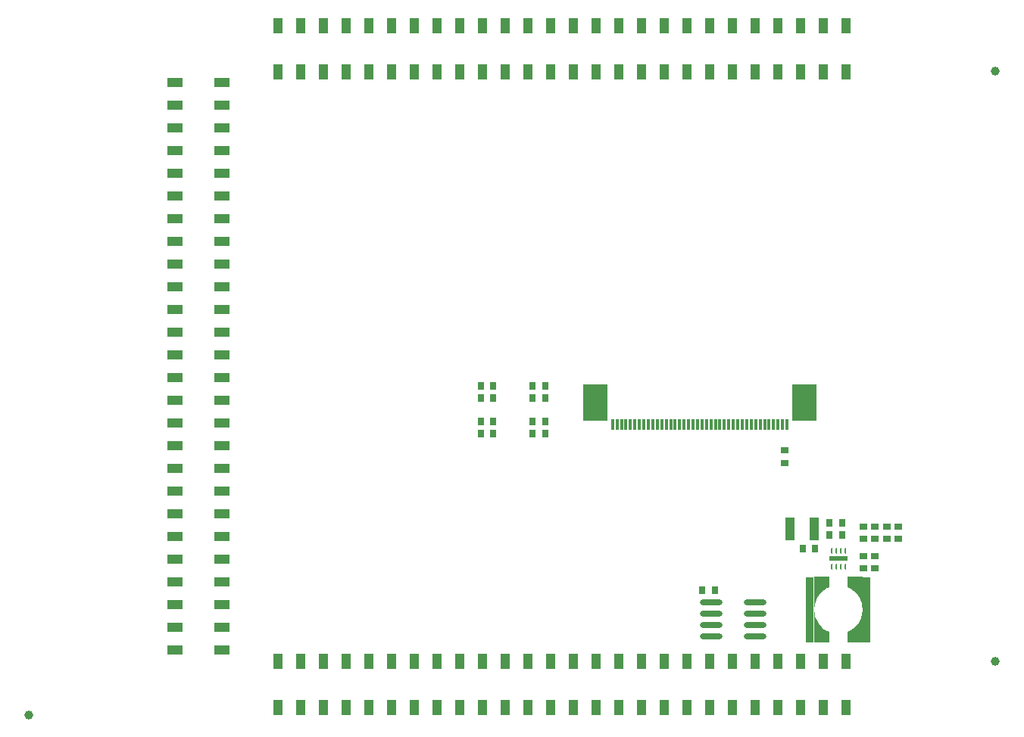
<source format=gbp>
G04 Layer_Color=128*
%FSLAX44Y44*%
%MOMM*%
G71*
G01*
G75*
%ADD10C,1.0000*%
%ADD18R,0.9000X0.8000*%
%ADD19R,0.8000X0.9000*%
%ADD20R,1.1000X2.6000*%
G04:AMPARAMS|DCode=21|XSize=0.25mm|YSize=0.7mm|CornerRadius=0.0625mm|HoleSize=0mm|Usage=FLASHONLY|Rotation=180.000|XOffset=0mm|YOffset=0mm|HoleType=Round|Shape=RoundedRectangle|*
%AMROUNDEDRECTD21*
21,1,0.2500,0.5750,0,0,180.0*
21,1,0.1250,0.7000,0,0,180.0*
1,1,0.1250,-0.0625,0.2875*
1,1,0.1250,0.0625,0.2875*
1,1,0.1250,0.0625,-0.2875*
1,1,0.1250,-0.0625,-0.2875*
%
%ADD21ROUNDEDRECTD21*%
%ADD22R,2.1500X0.5600*%
%ADD23R,0.9500X7.3000*%
%ADD24O,2.5000X0.7000*%
%ADD25R,0.3000X1.2000*%
%ADD26R,1.0160X1.8034*%
%ADD27R,1.0000X1.8000*%
%ADD28R,1.8034X1.0160*%
%ADD29R,1.8000X1.0000*%
%ADD30R,2.7000X4.1000*%
G36*
X1022000Y111500D02*
X1005500D01*
Y123000D01*
X1008500Y124500D01*
X1011500Y126500D01*
X1015000Y129500D01*
X1018000Y133500D01*
X1020500Y138500D01*
X1021500Y142500D01*
X1022000Y148000D01*
Y111500D01*
D02*
G37*
G36*
X968500Y143000D02*
X969000Y140500D01*
X969500Y138500D01*
X971000Y135500D01*
X973000Y132000D01*
X976000Y128500D01*
X979000Y126000D01*
X980500Y125000D01*
X984500Y123000D01*
Y111500D01*
X968000D01*
Y148000D01*
X968500Y143000D01*
D02*
G37*
G36*
X1022000Y148000D02*
X1021500Y153000D01*
X1021000Y155000D01*
X1020500Y157000D01*
X1019500Y159500D01*
X1018500Y161500D01*
X1017000Y164000D01*
X1015000Y166500D01*
X1014500Y167000D01*
X1012000Y169000D01*
X1008500Y171500D01*
X1005500Y173000D01*
Y184500D01*
X1022000D01*
Y148000D01*
D02*
G37*
G36*
X984500Y173000D02*
X980500Y171000D01*
X978500Y169500D01*
X976000Y167500D01*
X973000Y164000D01*
X971500Y161500D01*
X970500Y159500D01*
X968500Y153500D01*
X968000Y148000D01*
Y184500D01*
X984500D01*
Y173000D01*
D02*
G37*
D10*
X90000Y30000D02*
D03*
X1170000Y90000D02*
D03*
Y750000D02*
D03*
D18*
X935000Y325998D02*
D03*
Y311998D02*
D03*
X1023000Y227002D02*
D03*
Y241002D02*
D03*
X1049000Y240998D02*
D03*
Y226998D02*
D03*
X1062000Y227002D02*
D03*
Y241002D02*
D03*
X1036000Y240998D02*
D03*
Y226998D02*
D03*
X1023000Y207998D02*
D03*
Y193998D02*
D03*
X1036000Y207998D02*
D03*
Y193998D02*
D03*
D19*
X666998Y358000D02*
D03*
X652998D02*
D03*
X666998Y385000D02*
D03*
X652998D02*
D03*
X666998Y398000D02*
D03*
X652998D02*
D03*
X666998Y345000D02*
D03*
X652998D02*
D03*
X608998Y398000D02*
D03*
X594998D02*
D03*
X608998Y345000D02*
D03*
X594998D02*
D03*
X608998Y358000D02*
D03*
X594998D02*
D03*
X608998Y385000D02*
D03*
X594998D02*
D03*
X955002Y216000D02*
D03*
X969002D02*
D03*
X998998Y231000D02*
D03*
X984998D02*
D03*
X998998Y245000D02*
D03*
X984998D02*
D03*
X842998Y169996D02*
D03*
X856998D02*
D03*
D20*
X940500Y238000D02*
D03*
X967500D02*
D03*
D21*
X1002500Y196250D02*
D03*
X997500D02*
D03*
X992500D02*
D03*
X987500D02*
D03*
Y213750D02*
D03*
X992500D02*
D03*
X997500D02*
D03*
X1002500D02*
D03*
D22*
X995000Y205000D02*
D03*
D23*
X963250Y148000D02*
D03*
X1026750D02*
D03*
D24*
X901500Y156050D02*
D03*
Y143350D02*
D03*
Y130650D02*
D03*
Y117950D02*
D03*
X852500Y156050D02*
D03*
Y143350D02*
D03*
Y130650D02*
D03*
Y117950D02*
D03*
D25*
X917501Y355100D02*
D03*
X912499D02*
D03*
X907501D02*
D03*
X902499D02*
D03*
X897501D02*
D03*
X892499D02*
D03*
X887501D02*
D03*
X882499D02*
D03*
X877501D02*
D03*
X872499D02*
D03*
X867501D02*
D03*
X862499D02*
D03*
X857501D02*
D03*
X852499D02*
D03*
X847501D02*
D03*
X772499D02*
D03*
X777501D02*
D03*
X782499D02*
D03*
X787501D02*
D03*
X792499D02*
D03*
X797501D02*
D03*
X802499D02*
D03*
X807501D02*
D03*
X812499D02*
D03*
X817501D02*
D03*
X822499D02*
D03*
X827501D02*
D03*
X837501D02*
D03*
X842499D02*
D03*
X832499D02*
D03*
X937500D02*
D03*
X932499D02*
D03*
X927501D02*
D03*
X922499D02*
D03*
X767501D02*
D03*
X762499D02*
D03*
X757501D02*
D03*
X752499D02*
D03*
X747501D02*
D03*
X742500D02*
D03*
D26*
X1003299Y801600D02*
D03*
Y749600D02*
D03*
X977899D02*
D03*
X952499D02*
D03*
X977899Y801600D02*
D03*
X952499D02*
D03*
X927099D02*
D03*
X901699D02*
D03*
X876299D02*
D03*
X850899D02*
D03*
X825499D02*
D03*
X800099D02*
D03*
X774699D02*
D03*
X749299D02*
D03*
X723899D02*
D03*
X698499D02*
D03*
X673099D02*
D03*
X647699D02*
D03*
X622299D02*
D03*
X596899D02*
D03*
X571499D02*
D03*
X927099Y749600D02*
D03*
X901699D02*
D03*
X876299D02*
D03*
X850899D02*
D03*
X825499D02*
D03*
X800099D02*
D03*
X774699D02*
D03*
X749299D02*
D03*
X723899D02*
D03*
X698499D02*
D03*
X673099D02*
D03*
X647699D02*
D03*
X622299D02*
D03*
X596899D02*
D03*
X571499D02*
D03*
X368299Y801600D02*
D03*
X393699D02*
D03*
X419099D02*
D03*
X444499D02*
D03*
Y749600D02*
D03*
X419099D02*
D03*
X393699D02*
D03*
X469899Y801600D02*
D03*
X495299D02*
D03*
X520699D02*
D03*
X546099D02*
D03*
X469899Y749600D02*
D03*
X495299D02*
D03*
X520699D02*
D03*
X546099D02*
D03*
X1003302Y90400D02*
D03*
Y38400D02*
D03*
X977902D02*
D03*
X952502D02*
D03*
X977902Y90400D02*
D03*
X952502D02*
D03*
X927102D02*
D03*
X901702D02*
D03*
X876302D02*
D03*
X850902D02*
D03*
X825502D02*
D03*
X800102D02*
D03*
X774702D02*
D03*
X749302D02*
D03*
X723902D02*
D03*
X698502D02*
D03*
X673102D02*
D03*
X647702D02*
D03*
X622302D02*
D03*
X596902D02*
D03*
X571502D02*
D03*
X927102Y38400D02*
D03*
X901702D02*
D03*
X876302D02*
D03*
X850902D02*
D03*
X825502D02*
D03*
X800102D02*
D03*
X774702D02*
D03*
X749302D02*
D03*
X723902D02*
D03*
X698502D02*
D03*
X673102D02*
D03*
X647702D02*
D03*
X622302D02*
D03*
X596902D02*
D03*
X571502D02*
D03*
X368302Y90400D02*
D03*
X393702D02*
D03*
X419102D02*
D03*
X444502D02*
D03*
Y38400D02*
D03*
X419102D02*
D03*
X393702D02*
D03*
X469902Y90400D02*
D03*
X495302D02*
D03*
X520702D02*
D03*
X546102D02*
D03*
X469902Y38400D02*
D03*
X495302D02*
D03*
X520702D02*
D03*
X546102D02*
D03*
D27*
X368299Y749600D02*
D03*
X368302Y38400D02*
D03*
D28*
X253401Y737602D02*
D03*
X305401D02*
D03*
Y712202D02*
D03*
Y686802D02*
D03*
X253401Y712202D02*
D03*
Y686802D02*
D03*
Y661402D02*
D03*
Y636002D02*
D03*
Y610602D02*
D03*
Y585202D02*
D03*
Y559802D02*
D03*
Y534402D02*
D03*
Y509002D02*
D03*
Y483602D02*
D03*
Y458202D02*
D03*
Y432802D02*
D03*
Y407402D02*
D03*
Y382002D02*
D03*
Y356602D02*
D03*
Y331202D02*
D03*
Y305802D02*
D03*
X305401Y661402D02*
D03*
Y636002D02*
D03*
Y610602D02*
D03*
Y585202D02*
D03*
Y559802D02*
D03*
Y534402D02*
D03*
Y509002D02*
D03*
Y483602D02*
D03*
Y458202D02*
D03*
Y432802D02*
D03*
Y407402D02*
D03*
Y382002D02*
D03*
Y356602D02*
D03*
Y331202D02*
D03*
Y305802D02*
D03*
X253401Y102602D02*
D03*
Y128002D02*
D03*
Y153402D02*
D03*
Y178802D02*
D03*
X305401D02*
D03*
Y153402D02*
D03*
Y128002D02*
D03*
X253401Y204202D02*
D03*
Y229602D02*
D03*
Y255002D02*
D03*
Y280402D02*
D03*
X305401Y204202D02*
D03*
Y229602D02*
D03*
Y255002D02*
D03*
Y280402D02*
D03*
D29*
Y102602D02*
D03*
D30*
X956799Y380000D02*
D03*
X723201D02*
D03*
M02*

</source>
